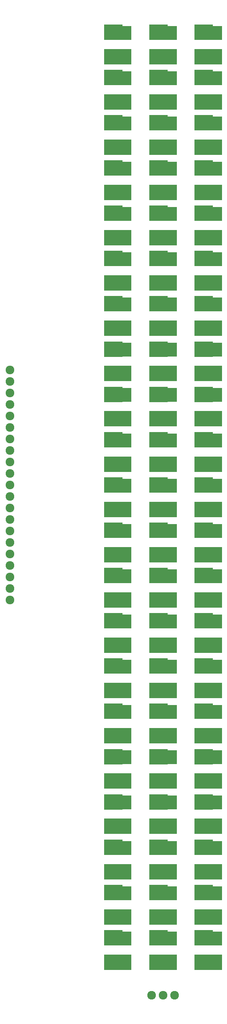
<source format=gbr>
G04 #@! TF.FileFunction,Soldermask,Top*
%FSLAX46Y46*%
G04 Gerber Fmt 4.6, Leading zero omitted, Abs format (unit mm)*
G04 Created by KiCad (PCBNEW 4.0.4+dfsg1-stable) date Fri Sep 30 19:59:36 2016*
%MOMM*%
%LPD*%
G01*
G04 APERTURE LIST*
%ADD10C,0.150000*%
%ADD11C,1.924000*%
%ADD12R,2.000000X3.100000*%
%ADD13R,2.000000X3.400000*%
G04 APERTURE END LIST*
D10*
D11*
X79700000Y-101300000D03*
X79700000Y-103840000D03*
X79700000Y-106380000D03*
X79700000Y-108920000D03*
X79700000Y-111460000D03*
X79700000Y-114000000D03*
X79700000Y-116540000D03*
X79700000Y-119080000D03*
X79700000Y-121620000D03*
X79700000Y-124160000D03*
X79700000Y-126700000D03*
X79700000Y-129240000D03*
X79700000Y-131780000D03*
X79700000Y-134320000D03*
X79700000Y-136860000D03*
X79700000Y-139400000D03*
X79700000Y-141940000D03*
X79700000Y-144480000D03*
X79700000Y-147020000D03*
X79700000Y-149560000D03*
X79700000Y-152100000D03*
D12*
X105600000Y-26850000D03*
D13*
X103600000Y-26700000D03*
X101600000Y-26700000D03*
X101600000Y-32100000D03*
X103600000Y-32100000D03*
X105600000Y-32100000D03*
D12*
X115600000Y-26850000D03*
D13*
X113600000Y-26700000D03*
X111600000Y-26700000D03*
X111600000Y-32100000D03*
X113600000Y-32100000D03*
X115600000Y-32100000D03*
D12*
X125600000Y-26850000D03*
D13*
X123600000Y-26700000D03*
X121600000Y-26700000D03*
X121600000Y-32100000D03*
X123600000Y-32100000D03*
X125600000Y-32100000D03*
D12*
X105600000Y-36850000D03*
D13*
X103600000Y-36700000D03*
X101600000Y-36700000D03*
X101600000Y-42100000D03*
X103600000Y-42100000D03*
X105600000Y-42100000D03*
D12*
X115600000Y-36850000D03*
D13*
X113600000Y-36700000D03*
X111600000Y-36700000D03*
X111600000Y-42100000D03*
X113600000Y-42100000D03*
X115600000Y-42100000D03*
D12*
X125600000Y-36850000D03*
D13*
X123600000Y-36700000D03*
X121600000Y-36700000D03*
X121600000Y-42100000D03*
X123600000Y-42100000D03*
X125600000Y-42100000D03*
D12*
X105600000Y-46850000D03*
D13*
X103600000Y-46700000D03*
X101600000Y-46700000D03*
X101600000Y-52100000D03*
X103600000Y-52100000D03*
X105600000Y-52100000D03*
D12*
X115600000Y-46850000D03*
D13*
X113600000Y-46700000D03*
X111600000Y-46700000D03*
X111600000Y-52100000D03*
X113600000Y-52100000D03*
X115600000Y-52100000D03*
D12*
X125600000Y-46850000D03*
D13*
X123600000Y-46700000D03*
X121600000Y-46700000D03*
X121600000Y-52100000D03*
X123600000Y-52100000D03*
X125600000Y-52100000D03*
D12*
X105600000Y-56850000D03*
D13*
X103600000Y-56700000D03*
X101600000Y-56700000D03*
X101600000Y-62100000D03*
X103600000Y-62100000D03*
X105600000Y-62100000D03*
D12*
X115600000Y-56850000D03*
D13*
X113600000Y-56700000D03*
X111600000Y-56700000D03*
X111600000Y-62100000D03*
X113600000Y-62100000D03*
X115600000Y-62100000D03*
D12*
X125600000Y-56850000D03*
D13*
X123600000Y-56700000D03*
X121600000Y-56700000D03*
X121600000Y-62100000D03*
X123600000Y-62100000D03*
X125600000Y-62100000D03*
D12*
X105600000Y-66850000D03*
D13*
X103600000Y-66700000D03*
X101600000Y-66700000D03*
X101600000Y-72100000D03*
X103600000Y-72100000D03*
X105600000Y-72100000D03*
D12*
X115600000Y-66850000D03*
D13*
X113600000Y-66700000D03*
X111600000Y-66700000D03*
X111600000Y-72100000D03*
X113600000Y-72100000D03*
X115600000Y-72100000D03*
D12*
X125600000Y-66850000D03*
D13*
X123600000Y-66700000D03*
X121600000Y-66700000D03*
X121600000Y-72100000D03*
X123600000Y-72100000D03*
X125600000Y-72100000D03*
D12*
X105600000Y-76850000D03*
D13*
X103600000Y-76700000D03*
X101600000Y-76700000D03*
X101600000Y-82100000D03*
X103600000Y-82100000D03*
X105600000Y-82100000D03*
D12*
X115600000Y-76850000D03*
D13*
X113600000Y-76700000D03*
X111600000Y-76700000D03*
X111600000Y-82100000D03*
X113600000Y-82100000D03*
X115600000Y-82100000D03*
D12*
X125600000Y-76850000D03*
D13*
X123600000Y-76700000D03*
X121600000Y-76700000D03*
X121600000Y-82100000D03*
X123600000Y-82100000D03*
X125600000Y-82100000D03*
D12*
X105600000Y-86850000D03*
D13*
X103600000Y-86700000D03*
X101600000Y-86700000D03*
X101600000Y-92100000D03*
X103600000Y-92100000D03*
X105600000Y-92100000D03*
D12*
X115600000Y-86850000D03*
D13*
X113600000Y-86700000D03*
X111600000Y-86700000D03*
X111600000Y-92100000D03*
X113600000Y-92100000D03*
X115600000Y-92100000D03*
D12*
X125600000Y-86850000D03*
D13*
X123600000Y-86700000D03*
X121600000Y-86700000D03*
X121600000Y-92100000D03*
X123600000Y-92100000D03*
X125600000Y-92100000D03*
D12*
X105600000Y-96850000D03*
D13*
X103600000Y-96700000D03*
X101600000Y-96700000D03*
X101600000Y-102100000D03*
X103600000Y-102100000D03*
X105600000Y-102100000D03*
D12*
X115600000Y-96850000D03*
D13*
X113600000Y-96700000D03*
X111600000Y-96700000D03*
X111600000Y-102100000D03*
X113600000Y-102100000D03*
X115600000Y-102100000D03*
D12*
X125600000Y-96850000D03*
D13*
X123600000Y-96700000D03*
X121600000Y-96700000D03*
X121600000Y-102100000D03*
X123600000Y-102100000D03*
X125600000Y-102100000D03*
D12*
X105600000Y-106850000D03*
D13*
X103600000Y-106700000D03*
X101600000Y-106700000D03*
X101600000Y-112100000D03*
X103600000Y-112100000D03*
X105600000Y-112100000D03*
D12*
X115600000Y-106850000D03*
D13*
X113600000Y-106700000D03*
X111600000Y-106700000D03*
X111600000Y-112100000D03*
X113600000Y-112100000D03*
X115600000Y-112100000D03*
D12*
X125600000Y-106850000D03*
D13*
X123600000Y-106700000D03*
X121600000Y-106700000D03*
X121600000Y-112100000D03*
X123600000Y-112100000D03*
X125600000Y-112100000D03*
D12*
X105600000Y-116850000D03*
D13*
X103600000Y-116700000D03*
X101600000Y-116700000D03*
X101600000Y-122100000D03*
X103600000Y-122100000D03*
X105600000Y-122100000D03*
D12*
X115600000Y-116850000D03*
D13*
X113600000Y-116700000D03*
X111600000Y-116700000D03*
X111600000Y-122100000D03*
X113600000Y-122100000D03*
X115600000Y-122100000D03*
D12*
X125600000Y-116850000D03*
D13*
X123600000Y-116700000D03*
X121600000Y-116700000D03*
X121600000Y-122100000D03*
X123600000Y-122100000D03*
X125600000Y-122100000D03*
D12*
X105600000Y-126850000D03*
D13*
X103600000Y-126700000D03*
X101600000Y-126700000D03*
X101600000Y-132100000D03*
X103600000Y-132100000D03*
X105600000Y-132100000D03*
D12*
X115600000Y-126850000D03*
D13*
X113600000Y-126700000D03*
X111600000Y-126700000D03*
X111600000Y-132100000D03*
X113600000Y-132100000D03*
X115600000Y-132100000D03*
D12*
X125600000Y-126850000D03*
D13*
X123600000Y-126700000D03*
X121600000Y-126700000D03*
X121600000Y-132100000D03*
X123600000Y-132100000D03*
X125600000Y-132100000D03*
D12*
X105600000Y-136850000D03*
D13*
X103600000Y-136700000D03*
X101600000Y-136700000D03*
X101600000Y-142100000D03*
X103600000Y-142100000D03*
X105600000Y-142100000D03*
D12*
X115600000Y-136850000D03*
D13*
X113600000Y-136700000D03*
X111600000Y-136700000D03*
X111600000Y-142100000D03*
X113600000Y-142100000D03*
X115600000Y-142100000D03*
D12*
X125600000Y-136850000D03*
D13*
X123600000Y-136700000D03*
X121600000Y-136700000D03*
X121600000Y-142100000D03*
X123600000Y-142100000D03*
X125600000Y-142100000D03*
D12*
X105600000Y-146850000D03*
D13*
X103600000Y-146700000D03*
X101600000Y-146700000D03*
X101600000Y-152100000D03*
X103600000Y-152100000D03*
X105600000Y-152100000D03*
D12*
X115600000Y-146850000D03*
D13*
X113600000Y-146700000D03*
X111600000Y-146700000D03*
X111600000Y-152100000D03*
X113600000Y-152100000D03*
X115600000Y-152100000D03*
D12*
X125600000Y-146850000D03*
D13*
X123600000Y-146700000D03*
X121600000Y-146700000D03*
X121600000Y-152100000D03*
X123600000Y-152100000D03*
X125600000Y-152100000D03*
D12*
X105600000Y-156850000D03*
D13*
X103600000Y-156700000D03*
X101600000Y-156700000D03*
X101600000Y-162100000D03*
X103600000Y-162100000D03*
X105600000Y-162100000D03*
D12*
X115600000Y-156850000D03*
D13*
X113600000Y-156700000D03*
X111600000Y-156700000D03*
X111600000Y-162100000D03*
X113600000Y-162100000D03*
X115600000Y-162100000D03*
D12*
X125600000Y-156850000D03*
D13*
X123600000Y-156700000D03*
X121600000Y-156700000D03*
X121600000Y-162100000D03*
X123600000Y-162100000D03*
X125600000Y-162100000D03*
D12*
X105600000Y-166850000D03*
D13*
X103600000Y-166700000D03*
X101600000Y-166700000D03*
X101600000Y-172100000D03*
X103600000Y-172100000D03*
X105600000Y-172100000D03*
D12*
X115600000Y-166850000D03*
D13*
X113600000Y-166700000D03*
X111600000Y-166700000D03*
X111600000Y-172100000D03*
X113600000Y-172100000D03*
X115600000Y-172100000D03*
D12*
X125600000Y-166850000D03*
D13*
X123600000Y-166700000D03*
X121600000Y-166700000D03*
X121600000Y-172100000D03*
X123600000Y-172100000D03*
X125600000Y-172100000D03*
D12*
X105600000Y-176850000D03*
D13*
X103600000Y-176700000D03*
X101600000Y-176700000D03*
X101600000Y-182100000D03*
X103600000Y-182100000D03*
X105600000Y-182100000D03*
D12*
X115600000Y-176850000D03*
D13*
X113600000Y-176700000D03*
X111600000Y-176700000D03*
X111600000Y-182100000D03*
X113600000Y-182100000D03*
X115600000Y-182100000D03*
D12*
X125600000Y-176850000D03*
D13*
X123600000Y-176700000D03*
X121600000Y-176700000D03*
X121600000Y-182100000D03*
X123600000Y-182100000D03*
X125600000Y-182100000D03*
D12*
X105600000Y-186850000D03*
D13*
X103600000Y-186700000D03*
X101600000Y-186700000D03*
X101600000Y-192100000D03*
X103600000Y-192100000D03*
X105600000Y-192100000D03*
D12*
X115600000Y-186850000D03*
D13*
X113600000Y-186700000D03*
X111600000Y-186700000D03*
X111600000Y-192100000D03*
X113600000Y-192100000D03*
X115600000Y-192100000D03*
D12*
X125600000Y-186850000D03*
D13*
X123600000Y-186700000D03*
X121600000Y-186700000D03*
X121600000Y-192100000D03*
X123600000Y-192100000D03*
X125600000Y-192100000D03*
D12*
X105600000Y-196850000D03*
D13*
X103600000Y-196700000D03*
X101600000Y-196700000D03*
X101600000Y-202100000D03*
X103600000Y-202100000D03*
X105600000Y-202100000D03*
D12*
X115600000Y-196850000D03*
D13*
X113600000Y-196700000D03*
X111600000Y-196700000D03*
X111600000Y-202100000D03*
X113600000Y-202100000D03*
X115600000Y-202100000D03*
D12*
X125600000Y-196850000D03*
D13*
X123600000Y-196700000D03*
X121600000Y-196700000D03*
X121600000Y-202100000D03*
X123600000Y-202100000D03*
X125600000Y-202100000D03*
D12*
X105600000Y-206850000D03*
D13*
X103600000Y-206700000D03*
X101600000Y-206700000D03*
X101600000Y-212100000D03*
X103600000Y-212100000D03*
X105600000Y-212100000D03*
D12*
X115600000Y-206850000D03*
D13*
X113600000Y-206700000D03*
X111600000Y-206700000D03*
X111600000Y-212100000D03*
X113600000Y-212100000D03*
X115600000Y-212100000D03*
D12*
X125600000Y-206850000D03*
D13*
X123600000Y-206700000D03*
X121600000Y-206700000D03*
X121600000Y-212100000D03*
X123600000Y-212100000D03*
X125600000Y-212100000D03*
D12*
X105600000Y-216850000D03*
D13*
X103600000Y-216700000D03*
X101600000Y-216700000D03*
X101600000Y-222100000D03*
X103600000Y-222100000D03*
X105600000Y-222100000D03*
D12*
X115600000Y-216850000D03*
D13*
X113600000Y-216700000D03*
X111600000Y-216700000D03*
X111600000Y-222100000D03*
X113600000Y-222100000D03*
X115600000Y-222100000D03*
D12*
X125600000Y-216850000D03*
D13*
X123600000Y-216700000D03*
X121600000Y-216700000D03*
X121600000Y-222100000D03*
X123600000Y-222100000D03*
X125600000Y-222100000D03*
D12*
X105600000Y-226850000D03*
D13*
X103600000Y-226700000D03*
X101600000Y-226700000D03*
X101600000Y-232100000D03*
X103600000Y-232100000D03*
X105600000Y-232100000D03*
D12*
X115600000Y-226850000D03*
D13*
X113600000Y-226700000D03*
X111600000Y-226700000D03*
X111600000Y-232100000D03*
X113600000Y-232100000D03*
X115600000Y-232100000D03*
D12*
X125600000Y-226850000D03*
D13*
X123600000Y-226700000D03*
X121600000Y-226700000D03*
X121600000Y-232100000D03*
X123600000Y-232100000D03*
X125600000Y-232100000D03*
D11*
X113600000Y-239400000D03*
X116140000Y-239400000D03*
X111060000Y-239400000D03*
M02*

</source>
